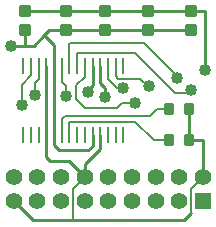
<source format=gbr>
G04 DipTrace 4.1.3.1*
G04 1 - Top.gbr*
%MOIN*%
G04 #@! TF.FileFunction,Copper,L1,Top*
G04 #@! TF.Part,Single*
%AMOUTLINE0*
4,1,28,
-0.021063,-0.009646,
-0.021063,0.009646,
-0.020741,0.012091,
-0.019797,0.01437,
-0.018295,0.016327,
-0.016339,0.017829,
-0.01406,0.018773,
-0.011614,0.019094,
0.011614,0.019094,
0.01406,0.018773,
0.016339,0.017829,
0.018295,0.016327,
0.019797,0.01437,
0.020741,0.012091,
0.021063,0.009646,
0.021063,-0.009646,
0.020741,-0.012091,
0.019797,-0.01437,
0.018295,-0.016327,
0.016339,-0.017829,
0.01406,-0.018773,
0.011614,-0.019094,
-0.011614,-0.019094,
-0.01406,-0.018773,
-0.016339,-0.017829,
-0.018295,-0.016327,
-0.019797,-0.01437,
-0.020741,-0.012091,
-0.021063,-0.009646,
0*%
%AMOUTLINE3*
4,1,28,
0.021063,0.009646,
0.021063,-0.009646,
0.020741,-0.012091,
0.019797,-0.01437,
0.018295,-0.016327,
0.016339,-0.017829,
0.01406,-0.018773,
0.011614,-0.019094,
-0.011614,-0.019094,
-0.01406,-0.018773,
-0.016339,-0.017829,
-0.018295,-0.016327,
-0.019797,-0.01437,
-0.020741,-0.012091,
-0.021063,-0.009646,
-0.021063,0.009646,
-0.020741,0.012091,
-0.019797,0.01437,
-0.018295,0.016327,
-0.016339,0.017829,
-0.01406,0.018773,
-0.011614,0.019094,
0.011614,0.019094,
0.01406,0.018773,
0.016339,0.017829,
0.018295,0.016327,
0.019797,0.01437,
0.020741,0.012091,
0.021063,0.009646,
0*%
%AMOUTLINE6*
4,1,28,
-0.008465,0.021063,
0.008465,0.021063,
0.010604,0.020781,
0.012598,0.019955,
0.014311,0.018641,
0.015625,0.016929,
0.016451,0.014935,
0.016732,0.012795,
0.016732,-0.012795,
0.016451,-0.014935,
0.015625,-0.016929,
0.014311,-0.018641,
0.012598,-0.019955,
0.010604,-0.020781,
0.008465,-0.021063,
-0.008465,-0.021063,
-0.010604,-0.020781,
-0.012598,-0.019955,
-0.014311,-0.018641,
-0.015625,-0.016929,
-0.016451,-0.014935,
-0.016732,-0.012795,
-0.016732,0.012795,
-0.016451,0.014935,
-0.015625,0.016929,
-0.014311,0.018641,
-0.012598,0.019955,
-0.010604,0.020781,
-0.008465,0.021063,
0*%
%AMOUTLINE9*
4,1,28,
0.008465,-0.021063,
-0.008465,-0.021063,
-0.010604,-0.020781,
-0.012598,-0.019955,
-0.014311,-0.018641,
-0.015625,-0.016929,
-0.016451,-0.014935,
-0.016732,-0.012795,
-0.016732,0.012795,
-0.016451,0.014935,
-0.015625,0.016929,
-0.014311,0.018641,
-0.012598,0.019955,
-0.010604,0.020781,
-0.008465,0.021063,
0.008465,0.021063,
0.010604,0.020781,
0.012598,0.019955,
0.014311,0.018641,
0.015625,0.016929,
0.016451,0.014935,
0.016732,0.012795,
0.016732,-0.012795,
0.016451,-0.014935,
0.015625,-0.016929,
0.014311,-0.018641,
0.012598,-0.019955,
0.010604,-0.020781,
0.008465,-0.021063,
0*%
G04 #@! TA.AperFunction,Conductor*
%ADD13C,0.011417*%
%ADD14C,0.005906*%
%ADD16R,0.011417X0.05315*%
G04 #@! TA.AperFunction,ComponentPad*
%ADD17R,0.055118X0.055118*%
%ADD18C,0.055118*%
G04 #@! TA.AperFunction,ViaPad*
%ADD19C,0.04*%
%ADD33OUTLINE0*%
%ADD36OUTLINE3*%
%ADD39OUTLINE6*%
%ADD42OUTLINE9*%
%FSLAX26Y26*%
G04*
G70*
G90*
G75*
G01*
G04 Top*
%LPD*%
X483966Y1122756D2*
D13*
Y1070707D1*
D14*
X438807D1*
X1036850Y1122402D2*
D13*
X896467Y1122165D1*
X582047Y773425D2*
Y739385D1*
X597941Y723491D1*
X696491D1*
X710000Y737000D1*
Y773425D1*
X582047Y1003740D2*
Y773425D1*
X438807Y1070707D2*
X514522D1*
X548488Y1104673D1*
X582047Y1071113D1*
Y1003740D1*
X621467Y1122598D2*
X566413D1*
X548488Y1104673D1*
X752717Y1122165D2*
X621467Y1122598D1*
X896467Y1122165D2*
X752717D1*
X693618Y915005D2*
D14*
Y923377D1*
D13*
X710000Y939758D1*
Y1003740D1*
X735591Y773425D2*
Y725906D1*
X684016Y674331D1*
Y632402D1*
X556457Y1003740D2*
Y773425D1*
X1032719Y859306D2*
Y754898D1*
X483966Y1185748D2*
X621467Y1185591D1*
X684016Y632402D2*
D14*
X644328Y592714D1*
Y489484D1*
D13*
X511972D1*
X447795Y553661D1*
X556457Y773425D2*
Y698493D1*
X568986Y685965D1*
X630453D1*
X684016Y632402D1*
X1077717D2*
D14*
X1037290Y591975D1*
Y512493D1*
D13*
X1014281Y489484D1*
X644328D1*
X1032719Y754898D2*
X1077717D1*
Y632402D1*
X752917Y900537D2*
Y928724D1*
X735591Y946051D1*
Y1003740D1*
X1085710Y990335D2*
Y1185394D1*
D14*
X1036850D1*
X896467Y1185157D2*
D13*
X1085710D1*
D14*
Y990335D1*
X752717Y1185157D2*
D13*
X896467D1*
X621467Y1185591D2*
X752717Y1185157D1*
X607638Y773425D2*
D14*
Y824938D1*
X618732Y836033D1*
X900390D1*
X923663Y859306D1*
X966184D1*
X633228Y773425D2*
Y816156D1*
X852043D1*
X913301Y754898D1*
X966184D1*
X1036634Y921820D2*
Y912520D1*
X984323D1*
X851188Y1045655D1*
X658819D1*
Y1003740D1*
X899087Y934517D2*
X895650D1*
X869538Y960629D1*
X794705D1*
X786772Y968562D1*
Y1003740D1*
X811081Y927799D2*
X792172D1*
X761181Y958790D1*
Y1003740D1*
X850016Y877832D2*
X808928D1*
X792825Y861730D1*
X685278D1*
X655571Y891437D1*
Y938201D1*
X684409Y967039D1*
Y1003740D1*
X990986Y962076D2*
Y969144D1*
X880970Y1079160D1*
X636030D1*
X633228Y1076360D1*
Y1003740D1*
X621394Y903810D2*
Y934411D1*
X607035Y948770D1*
Y1003740D1*
X607638D1*
X517091Y904873D2*
Y945685D1*
X530866Y959461D1*
Y1003740D1*
X474154Y871606D2*
Y940353D1*
X505276Y971475D1*
Y1003740D1*
D19*
X693618Y915005D3*
X438807Y1070707D3*
X752917Y900537D3*
X1085710Y990335D3*
X899087Y934517D3*
X811081Y927799D3*
X850016Y877832D3*
X621394Y903810D3*
X517091Y904873D3*
X474154Y871606D3*
X1036634Y921820D3*
X990986Y962076D3*
D16*
X479685Y773425D3*
X505276D3*
X530866D3*
X556457D3*
X582047D3*
X607638D3*
X633228D3*
X658819D3*
X684409D3*
X710000D3*
X735591D3*
X761181D3*
X786772D3*
X812362D3*
Y1003740D3*
X786772D3*
X761181D3*
X735591D3*
X710000D3*
X684409D3*
X658819D3*
X633228D3*
X607638D3*
X582047D3*
X556457D3*
X530866D3*
X505276D3*
X479685D3*
D33*
X483966Y1122756D3*
D36*
Y1185748D3*
D33*
X621467Y1122598D3*
D36*
Y1185591D3*
D33*
X752717Y1122165D3*
D36*
Y1185157D3*
D33*
X896467Y1122165D3*
D36*
Y1185157D3*
D33*
X1036850Y1122402D3*
D36*
Y1185394D3*
D39*
X966184Y859306D3*
D42*
X1032719D3*
D39*
X966184Y754898D3*
D42*
X1032719D3*
D17*
X1077717Y553661D3*
D18*
Y632402D3*
X998976Y553661D3*
Y632402D3*
X920236Y553661D3*
Y632402D3*
X841496Y553661D3*
Y632402D3*
X762756Y553661D3*
Y632402D3*
X684016Y553661D3*
Y632402D3*
X605276Y553661D3*
Y632402D3*
X526535Y553661D3*
Y632402D3*
X447795Y553661D3*
Y632402D3*
M02*

</source>
